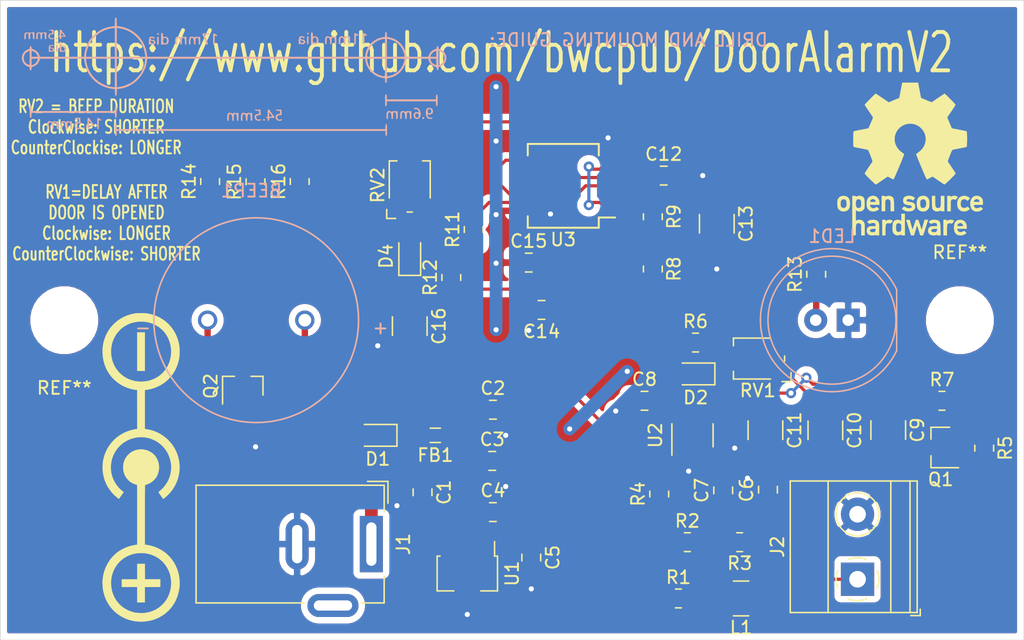
<source format=kicad_pcb>
(kicad_pcb (version 20171130) (host pcbnew "(5.1.10)-1")
  (layers (0 F.Cu signal) (31 B.Cu signal) (34 B.Paste user) (35 F.Paste user) (36 B.SilkS user) (37 F.SilkS user) (38 B.Mask user) (39 F.Mask user) (44 Edge.Cuts user))
  (net 0 "")
  (net 1 +12P)
  (net 2 GND)
  (net 3 "Net-(C2-Pad1)")
  (net 4 +5V)
  (net 5 "Net-(C6-Pad1)")
  (net 6 "Net-(C10-Pad1)")
  (net 7 "Net-(C12-Pad1)")
  (net 8 "Net-(C13-Pad1)")
  (net 9 "Net-(C14-Pad1)")
  (net 10 "Net-(C16-Pad1)")
  (net 11 "Net-(D1-Pad2)")
  (net 12 "Net-(D2-Pad1)")
  (net 13 "Net-(D2-Pad2)")
  (net 14 "Net-(D4-Pad2)")
  (net 15 "Net-(J1-Pad3)")
  (net 16 "Net-(J2-Pad1)")
  (net 17 "Net-(L1-Pad2)")
  (net 18 "Net-(Q1-Pad2)")
  (net 19 "Net-(Q1-Pad1)")
  (net 20 "Net-(Q2-Pad1)")
  (net 21 "Net-(R1-Pad1)")
  (net 22 "Net-(R8-Pad1)")
  (net 23 "Net-(R11-Pad1)")
  (net 24 "Net-(R13-Pad2)")
  (net 25 "Net-(R14-Pad2)")
  (net 26 /DoorIsOpen)
  (net 27 "Net-(BEEP1-PadN)")
  (net 28 "Net-(LED1-Pad2)")
  (net 29 "Net-(R2-Pad2)")
  (net 30 "Net-(R6-Pad2)")
  (module DrillGuide:DrillGuideFP (layer B.Cu) (at 38.3 26)
    (fp_text reference G*** hide)
    (fp_text value LOGO hide)
  )
  (module Symbol:Polarity_Center_Positive_6mm_SilkScreen (layer F.Cu) (at 31 56.5 270)
    (fp_text reference REF** hide)
    (fp_text value Polarity_Center_Positive_6mm_SilkScreen hide)
  )
  (module Symbol:OSHW-Logo_11.4x12mm_SilkScreen (layer F.Cu) (at 91.1 32.4)
    (fp_text reference REF** hide)
    (fp_text value OSHW-Logo_11.4x12mm_SilkScreen hide)
  )
  (module Resistor_SMD:R_0805_2012Metric (layer F.Cu) (at 73.7 62.35)
    (fp_text reference R2 (at 0 -1.65) (layer F.SilkS))
    (fp_text value 120)
    (pad 2 smd roundrect (at 0.9125 0) (size 1.025 1.4) (layers F.Cu F.Paste F.Mask) (roundrect_rratio 0.243902) (net 29 "Net-(R2-Pad2)"))
    (pad 1 smd roundrect (at -0.9125 0) (size 1.025 1.4) (layers F.Cu F.Paste F.Mask) (roundrect_rratio 0.243902) (net 21 "Net-(R1-Pad1)"))
  )
  (module Resistor_SMD:R_0805_2012Metric (layer F.Cu) (at 77.7875 62.35 180)
    (fp_text reference R3 (at 0 -1.65) (layer F.SilkS))
    (fp_text value 120)
    (pad 1 smd roundrect (at -0.9125 0 180) (size 1.025 1.4) (layers F.Cu F.Paste F.Mask) (roundrect_rratio 0.243902) (net 5 "Net-(C6-Pad1)"))
    (pad 2 smd roundrect (at 0.9125 0 180) (size 1.025 1.4) (layers F.Cu F.Paste F.Mask) (roundrect_rratio 0.243902) (net 29 "Net-(R2-Pad2)"))
  )
  (module Package_TO_SOT_SMD:SOT-23-6 (layer F.Cu) (at 74.1 54 90)
    (fp_text reference U2 (at 0 -2.9 90) (layer F.SilkS))
    (fp_text value 74LVC2G17)
    (pad 1 smd rect (at -1.1 -0.95 90) (size 1.06 0.65) (layers F.Cu F.Paste F.Mask) (net 6 "Net-(C10-Pad1)"))
    (pad 2 smd rect (at -1.1 0 90) (size 1.06 0.65) (layers F.Cu F.Paste F.Mask) (net 2 GND))
    (pad 3 smd rect (at -1.1 0.95 90) (size 1.06 0.65) (layers F.Cu F.Paste F.Mask) (net 5 "Net-(C6-Pad1)"))
    (pad 4 smd rect (at 1.1 0.95 90) (size 1.06 0.65) (layers F.Cu F.Paste F.Mask) (net 13 "Net-(D2-Pad2)"))
    (pad 6 smd rect (at 1.1 -0.95 90) (size 1.06 0.65) (layers F.Cu F.Paste F.Mask) (net 26 /DoorIsOpen))
    (pad 5 smd rect (at 1.1 0 90) (size 1.06 0.65) (layers F.Cu F.Paste F.Mask) (net 4 +5V))
  )
  (module MountingHole:MountingHole_4.3mm_M4 (layer F.Cu) (at 95 45)
    (fp_text reference REF** (at 0 -5.3) (layer F.SilkS))
    (fp_text value MountingHole_4.3mm_M4)
    (pad 1 np_thru_hole circle (at 0 0) (size 4.3 4.3) (drill 4.3) (layers *.Cu *.Mask))
  )
  (module MountingHole:MountingHole_4.3mm_M4 (layer F.Cu) (at 25 45 180)
    (fp_text reference REF** (at 0 -5.3) (layer F.SilkS))
    (fp_text value MountingHole_4.3mm_M4)
    (pad 1 np_thru_hole circle (at 0 0 180) (size 4.3 4.3) (drill 4.3) (layers *.Cu *.Mask))
  )
  (module Resistor_SMD:R_0805_2012Metric (layer F.Cu) (at 96.9 55 270)
    (fp_text reference R5 (at 0 -1.65 90) (layer F.SilkS))
    (fp_text value 120)
    (pad 1 smd roundrect (at -0.9125 0 270) (size 1.025 1.4) (layers F.Cu F.Paste F.Mask) (roundrect_rratio 0.243902) (net 13 "Net-(D2-Pad2)"))
    (pad 2 smd roundrect (at 0.9125 0 270) (size 1.025 1.4) (layers F.Cu F.Paste F.Mask) (roundrect_rratio 0.243902) (net 19 "Net-(Q1-Pad1)"))
  )
  (module Package_TO_SOT_SMD:SOT-23 (layer F.Cu) (at 93.5 54.95 180)
    (fp_text reference Q1 (at 0 -2.5) (layer F.SilkS))
    (fp_text value MMBT3906)
    (pad 3 smd rect (at 1 0 180) (size 0.9 0.8) (layers F.Cu F.Paste F.Mask) (net 2 GND))
    (pad 2 smd rect (at -1 0.95 180) (size 0.9 0.8) (layers F.Cu F.Paste F.Mask) (net 18 "Net-(Q1-Pad2)"))
    (pad 1 smd rect (at -1 -0.95 180) (size 0.9 0.8) (layers F.Cu F.Paste F.Mask) (net 19 "Net-(Q1-Pad1)"))
  )
  (module Capacitor_SMD:C_0805_2012Metric (layer F.Cu) (at 62.3 44.2 180)
    (fp_text reference C14 (at 0 -1.68) (layer F.SilkS))
    (fp_text value 100n)
    (pad 1 smd roundrect (at -0.95 0 180) (size 1 1.45) (layers F.Cu F.Paste F.Mask) (net 9 "Net-(C14-Pad1)"))
    (pad 2 smd roundrect (at 0.95 0 180) (size 1 1.45) (layers F.Cu F.Paste F.Mask) (net 2 GND))
  )
  (module Capacitor_SMD:C_0805_2012Metric (layer F.Cu) (at 53 58.45 270)
    (fp_text reference C1 (at 0 -1.68 90) (layer F.SilkS))
    (fp_text value 100n)
    (pad 1 smd roundrect (at -0.95 0 270) (size 1 1.45) (layers F.Cu F.Paste F.Mask) (net 1 +12P))
    (pad 2 smd roundrect (at 0.95 0 270) (size 1 1.45) (layers F.Cu F.Paste F.Mask) (net 2 GND))
  )
  (module Capacitor_SMD:C_0805_2012Metric (layer F.Cu) (at 58.5 52)
    (fp_text reference C2 (at 0 -1.68) (layer F.SilkS))
    (fp_text value 100n)
    (pad 2 smd roundrect (at 0.95 0) (size 1 1.45) (layers F.Cu F.Paste F.Mask) (net 2 GND))
    (pad 1 smd roundrect (at -0.95 0) (size 1 1.45) (layers F.Cu F.Paste F.Mask) (net 3 "Net-(C2-Pad1)"))
  )
  (module Capacitor_SMD:C_0805_2012Metric (layer F.Cu) (at 58.45 56)
    (fp_text reference C3 (at 0 -1.68) (layer F.SilkS))
    (fp_text value 100n)
    (pad 2 smd roundrect (at 0.95 0) (size 1 1.45) (layers F.Cu F.Paste F.Mask) (net 2 GND))
    (pad 1 smd roundrect (at -0.95 0) (size 1 1.45) (layers F.Cu F.Paste F.Mask) (net 3 "Net-(C2-Pad1)"))
  )
  (module Capacitor_SMD:C_0805_2012Metric (layer F.Cu) (at 58.5 60)
    (fp_text reference C4 (at 0 -1.68) (layer F.SilkS))
    (fp_text value 100n)
    (pad 1 smd roundrect (at -0.95 0) (size 1 1.45) (layers F.Cu F.Paste F.Mask) (net 3 "Net-(C2-Pad1)"))
    (pad 2 smd roundrect (at 0.95 0) (size 1 1.45) (layers F.Cu F.Paste F.Mask) (net 2 GND))
  )
  (module Capacitor_SMD:C_0805_2012Metric (layer F.Cu) (at 61.5 63.55 270)
    (fp_text reference C5 (at 0 -1.68 90) (layer F.SilkS))
    (fp_text value 100n)
    (pad 2 smd roundrect (at 0.95 0 270) (size 1 1.45) (layers F.Cu F.Paste F.Mask) (net 2 GND))
    (pad 1 smd roundrect (at -0.95 0 270) (size 1 1.45) (layers F.Cu F.Paste F.Mask) (net 4 +5V))
  )
  (module Capacitor_SMD:C_0805_2012Metric (layer F.Cu) (at 80 58.25 90)
    (fp_text reference C6 (at 0 -1.68 90) (layer F.SilkS))
    (fp_text value 100n)
    (pad 1 smd roundrect (at -0.95 0 90) (size 1 1.45) (layers F.Cu F.Paste F.Mask) (net 5 "Net-(C6-Pad1)"))
    (pad 2 smd roundrect (at 0.95 0 90) (size 1 1.45) (layers F.Cu F.Paste F.Mask) (net 2 GND))
  )
  (module Capacitor_SMD:C_0805_2012Metric (layer F.Cu) (at 76.5 58.3 90)
    (fp_text reference C7 (at 0 -1.68 90) (layer F.SilkS))
    (fp_text value 100n)
    (pad 2 smd roundrect (at 0.95 0 90) (size 1 1.45) (layers F.Cu F.Paste F.Mask) (net 2 GND))
    (pad 1 smd roundrect (at -0.95 0 90) (size 1 1.45) (layers F.Cu F.Paste F.Mask) (net 5 "Net-(C6-Pad1)"))
  )
  (module Capacitor_SMD:C_0805_2012Metric (layer F.Cu) (at 70.35 51.3)
    (fp_text reference C8 (at 0 -1.68) (layer F.SilkS))
    (fp_text value 100n)
    (pad 1 smd roundrect (at -0.95 0) (size 1 1.45) (layers F.Cu F.Paste F.Mask) (net 2 GND))
    (pad 2 smd roundrect (at 0.95 0) (size 1 1.45) (layers F.Cu F.Paste F.Mask) (net 4 +5V))
  )
  (module Resistor_SMD:R_1210_3225Metric (layer F.Cu) (at 89.4 53.5875 270)
    (fp_text reference C9 (at 0 -2.28 90) (layer F.SilkS))
    (fp_text value 47u)
    (pad 1 smd roundrect (at -1.4625 0 270) (size 1.125 2.65) (layers F.Cu F.Paste F.Mask) (roundrect_rratio 0.222222) (net 6 "Net-(C10-Pad1)"))
    (pad 2 smd roundrect (at 1.4625 0 270) (size 1.125 2.65) (layers F.Cu F.Paste F.Mask) (roundrect_rratio 0.222222) (net 2 GND))
  )
  (module Resistor_SMD:R_1210_3225Metric (layer F.Cu) (at 84.484999 53.605001 270)
    (fp_text reference C10 (at 0 -2.28 90) (layer F.SilkS))
    (fp_text value 47u)
    (pad 2 smd roundrect (at 1.4625 0 270) (size 1.125 2.65) (layers F.Cu F.Paste F.Mask) (roundrect_rratio 0.222222) (net 2 GND))
    (pad 1 smd roundrect (at -1.4625 0 270) (size 1.125 2.65) (layers F.Cu F.Paste F.Mask) (roundrect_rratio 0.222222) (net 6 "Net-(C10-Pad1)"))
  )
  (module Resistor_SMD:R_1210_3225Metric (layer F.Cu) (at 79.8 53.6 270)
    (fp_text reference C11 (at 0 -2.28 90) (layer F.SilkS))
    (fp_text value 47u)
    (pad 1 smd roundrect (at -1.4625 0 270) (size 1.125 2.65) (layers F.Cu F.Paste F.Mask) (roundrect_rratio 0.222222) (net 6 "Net-(C10-Pad1)"))
    (pad 2 smd roundrect (at 1.4625 0 270) (size 1.125 2.65) (layers F.Cu F.Paste F.Mask) (roundrect_rratio 0.222222) (net 2 GND))
  )
  (module Capacitor_SMD:C_0805_2012Metric (layer F.Cu) (at 71.85 33.7)
    (fp_text reference C12 (at 0 -1.68) (layer F.SilkS))
    (fp_text value 100n)
    (pad 2 smd roundrect (at 0.95 0) (size 1 1.45) (layers F.Cu F.Paste F.Mask) (net 2 GND))
    (pad 1 smd roundrect (at -0.95 0) (size 1 1.45) (layers F.Cu F.Paste F.Mask) (net 7 "Net-(C12-Pad1)"))
  )
  (module Resistor_SMD:R_1210_3225Metric (layer F.Cu) (at 76 37.4625 270)
    (fp_text reference C13 (at 0 -2.28 90) (layer F.SilkS))
    (fp_text value 47u)
    (pad 2 smd roundrect (at 1.4625 0 270) (size 1.125 2.65) (layers F.Cu F.Paste F.Mask) (roundrect_rratio 0.222222) (net 2 GND))
    (pad 1 smd roundrect (at -1.4625 0 270) (size 1.125 2.65) (layers F.Cu F.Paste F.Mask) (roundrect_rratio 0.222222) (net 8 "Net-(C13-Pad1)"))
  )
  (module Capacitor_SMD:C_0805_2012Metric (layer F.Cu) (at 61.3 40.5)
    (fp_text reference C15 (at 0 -1.68) (layer F.SilkS))
    (fp_text value 100n)
    (pad 1 smd roundrect (at -0.95 0) (size 1 1.45) (layers F.Cu F.Paste F.Mask) (net 4 +5V))
    (pad 2 smd roundrect (at 0.95 0) (size 1 1.45) (layers F.Cu F.Paste F.Mask) (net 2 GND))
  )
  (module Resistor_SMD:R_1210_3225Metric (layer F.Cu) (at 52 45.4625 270)
    (fp_text reference C16 (at 0 -2.28 90) (layer F.SilkS))
    (fp_text value 47u)
    (pad 1 smd roundrect (at -1.4625 0 270) (size 1.125 2.65) (layers F.Cu F.Paste F.Mask) (roundrect_rratio 0.222222) (net 10 "Net-(C16-Pad1)"))
    (pad 2 smd roundrect (at 1.4625 0 270) (size 1.125 2.65) (layers F.Cu F.Paste F.Mask) (roundrect_rratio 0.222222) (net 2 GND))
  )
  (module Diode_SMD:D_SOD-323 (layer F.Cu) (at 49.5 54 180)
    (fp_text reference D1 (at 0 -1.85) (layer F.SilkS))
    (fp_text value BAS16H)
    (pad 1 smd rect (at -1.05 0 180) (size 0.6 0.45) (layers F.Cu F.Paste F.Mask) (net 1 +12P))
    (pad 2 smd rect (at 1.05 0 180) (size 0.6 0.45) (layers F.Cu F.Paste F.Mask) (net 11 "Net-(D1-Pad2)"))
  )
  (module Diode_SMD:D_SOD-323 (layer F.Cu) (at 74.35 49.2 180)
    (fp_text reference D2 (at 0 -1.85) (layer F.SilkS))
    (fp_text value BAS16H)
    (pad 1 smd rect (at -1.05 0 180) (size 0.6 0.45) (layers F.Cu F.Paste F.Mask) (net 12 "Net-(D2-Pad1)"))
    (pad 2 smd rect (at 1.05 0 180) (size 0.6 0.45) (layers F.Cu F.Paste F.Mask) (net 13 "Net-(D2-Pad2)"))
  )
  (module LED_THT:LED_D10.0mm (layer B.Cu) (at 86.27 45 180)
    (fp_text reference LED1 (at 1.27 6.56) (layer B.SilkS) (effects (justify mirror)))
    (fp_text value LED-Red-10mm)
    (pad 1 thru_hole rect (at 0 0 180) (size 1.8 1.8) (drill 0.9) (layers *.Cu *.Mask) (net 2 GND))
    (pad 2 thru_hole circle (at 2.54 0 180) (size 1.8 1.8) (drill 0.9) (layers *.Cu *.Mask) (net 28 "Net-(LED1-Pad2)"))
  )
  (module Diode_SMD:D_SOD-323 (layer F.Cu) (at 52 40 90)
    (fp_text reference D4 (at 0 -1.85 90) (layer F.SilkS))
    (fp_text value BAS16H)
    (pad 2 smd rect (at 1.05 0 90) (size 0.6 0.45) (layers F.Cu F.Paste F.Mask) (net 14 "Net-(D4-Pad2)"))
    (pad 1 smd rect (at -1.05 0 90) (size 0.6 0.45) (layers F.Cu F.Paste F.Mask) (net 10 "Net-(C16-Pad1)"))
  )
  (module Inductor_SMD:L_0805_2012Metric (layer F.Cu) (at 54 54 180)
    (fp_text reference FB1 (at 0 -1.55) (layer F.SilkS))
    (fp_text value WLBD2012HCU601TH)
    (pad 1 smd roundrect (at -1.0625 0 180) (size 0.875 1.2) (layers F.Cu F.Paste F.Mask) (net 3 "Net-(C2-Pad1)"))
    (pad 2 smd roundrect (at 1.0625 0 180) (size 0.875 1.2) (layers F.Cu F.Paste F.Mask) (net 1 +12P))
  )
  (module Connector_BarrelJack:BarrelJack_Wuerth_6941xx301002 (layer F.Cu) (at 49 62.5 270)
    (fp_text reference J1 (at 0 -2.5 90) (layer F.SilkS))
    (fp_text value "Würth 694106301002")
    (pad 3 thru_hole oval (at 4.8 3) (size 4 1.8) (drill oval 3 0.8) (layers *.Cu *.Mask) (net 15 "Net-(J1-Pad3)"))
    (pad 2 thru_hole oval (at 0 5.8 270) (size 4 1.8) (drill oval 3 0.8) (layers *.Cu *.Mask) (net 2 GND))
    (pad 1 thru_hole rect (at 0 0 270) (size 4.4 1.8) (drill oval 3.4 0.8) (layers *.Cu *.Mask) (net 11 "Net-(D1-Pad2)"))
  )
  (module TerminalBlock_Phoenix:TerminalBlock_Phoenix_MKDS-1,5-2-5.08_1x02_P5.08mm_Horizontal (layer F.Cu) (at 87 65.25 90)
    (fp_text reference J2 (at 2.54 -6.26 90) (layer F.SilkS))
    (fp_text value "Phoenix #1729128")
    (pad 1 thru_hole rect (at 0 0 90) (size 2.6 2.6) (drill 1.3) (layers *.Cu *.Mask) (net 16 "Net-(J2-Pad1)"))
    (pad 2 thru_hole circle (at 5.08 0 90) (size 2.6 2.6) (drill 1.3) (layers *.Cu *.Mask) (net 2 GND))
  )
  (module Inductor_SMD:L_1210_3225Metric (layer F.Cu) (at 77.9 66.75 180)
    (fp_text reference L1 (at 0 -2.28) (layer F.SilkS))
    (fp_text value "1000 uH")
    (pad 1 smd roundrect (at -1.4 0 180) (size 1.25 2.65) (layers F.Cu F.Paste F.Mask) (roundrect_rratio 0.2) (net 16 "Net-(J2-Pad1)"))
    (pad 2 smd roundrect (at 1.4 0 180) (size 1.25 2.65) (layers F.Cu F.Paste F.Mask) (roundrect_rratio 0.2) (net 17 "Net-(L1-Pad2)"))
  )
  (module "CMI Devices beeper footprint:CUI_CMI-1614C-120" (layer B.Cu) (at 40 45 180)
    (fp_text reference BEEP1 (at 0.376515 10.116045) (layer B.SilkS) (effects (font (size 1.004071 1.004071)) (justify mirror)))
    (fp_text value CMI-1614C-120)
    (fp_text user + (at -9.71933 -0.572237) (layer B.SilkS) (effects (font (size 1.003929 1.003929)) (justify mirror)))
    (fp_text user - (at 8.85065 -0.572166) (layer B.SilkS) (effects (font (size 1.003803 1.003803)) (justify mirror)))
    (pad P thru_hole circle (at -3.8 0 180) (size 1.508 1.508) (drill 1) (layers *.Cu *.Mask) (net 1 +12P))
    (pad N thru_hole circle (at 3.8 0 180) (size 1.508 1.508) (drill 1) (layers *.Cu *.Mask) (net 27 "Net-(BEEP1-PadN)"))
  )
  (module Package_TO_SOT_SMD:SOT-23 (layer F.Cu) (at 38.95 50.15 90)
    (fp_text reference Q2 (at 0 -2.5 90) (layer F.SilkS))
    (fp_text value NTR4503N)
    (pad 1 smd rect (at -1 -0.95 90) (size 0.9 0.8) (layers F.Cu F.Paste F.Mask) (net 20 "Net-(Q2-Pad1)"))
    (pad 2 smd rect (at -1 0.95 90) (size 0.9 0.8) (layers F.Cu F.Paste F.Mask) (net 2 GND))
    (pad 3 smd rect (at 1 0 90) (size 0.9 0.8) (layers F.Cu F.Paste F.Mask) (net 27 "Net-(BEEP1-PadN)"))
  )
  (module Resistor_SMD:R_0805_2012Metric (layer F.Cu) (at 73 66.75)
    (fp_text reference R1 (at 0 -1.65) (layer F.SilkS))
    (fp_text value 1k)
    (pad 1 smd roundrect (at -0.9125 0) (size 1.025 1.4) (layers F.Cu F.Paste F.Mask) (roundrect_rratio 0.243902) (net 21 "Net-(R1-Pad1)"))
    (pad 2 smd roundrect (at 0.9125 0) (size 1.025 1.4) (layers F.Cu F.Paste F.Mask) (roundrect_rratio 0.243902) (net 17 "Net-(L1-Pad2)"))
  )
  (module Resistor_SMD:R_0805_2012Metric (layer F.Cu) (at 71.5 58.5875 90)
    (fp_text reference R4 (at 0 -1.65 90) (layer F.SilkS))
    (fp_text value 8.2k)
    (pad 2 smd roundrect (at 0.9125 0 90) (size 1.025 1.4) (layers F.Cu F.Paste F.Mask) (roundrect_rratio 0.243902) (net 5 "Net-(C6-Pad1)"))
    (pad 1 smd roundrect (at -0.9125 0 90) (size 1.025 1.4) (layers F.Cu F.Paste F.Mask) (roundrect_rratio 0.243902) (net 4 +5V))
  )
  (module Resistor_SMD:R_0805_2012Metric (layer F.Cu) (at 74.3375 46.75)
    (fp_text reference R6 (at 0 -1.65) (layer F.SilkS))
    (fp_text value 62k)
    (pad 2 smd roundrect (at 0.9125 0) (size 1.025 1.4) (layers F.Cu F.Paste F.Mask) (roundrect_rratio 0.243902) (net 30 "Net-(R6-Pad2)"))
    (pad 1 smd roundrect (at -0.9125 0) (size 1.025 1.4) (layers F.Cu F.Paste F.Mask) (roundrect_rratio 0.243902) (net 12 "Net-(D2-Pad1)"))
  )
  (module Resistor_SMD:R_0805_2012Metric (layer F.Cu) (at 93.6 51.3)
    (fp_text reference R7 (at 0 -1.65) (layer F.SilkS))
    (fp_text value 12)
    (pad 2 smd roundrect (at 0.9125 0) (size 1.025 1.4) (layers F.Cu F.Paste F.Mask) (roundrect_rratio 0.243902) (net 18 "Net-(Q1-Pad2)"))
    (pad 1 smd roundrect (at -0.9125 0) (size 1.025 1.4) (layers F.Cu F.Paste F.Mask) (roundrect_rratio 0.243902) (net 6 "Net-(C10-Pad1)"))
  )
  (module Resistor_SMD:R_0805_2012Metric (layer F.Cu) (at 71 41 270)
    (fp_text reference R8 (at 0 -1.65 90) (layer F.SilkS))
    (fp_text value 1k)
    (pad 1 smd roundrect (at -0.9125 0 270) (size 1.025 1.4) (layers F.Cu F.Paste F.Mask) (roundrect_rratio 0.243902) (net 22 "Net-(R8-Pad1)"))
    (pad 2 smd roundrect (at 0.9125 0 270) (size 1.025 1.4) (layers F.Cu F.Paste F.Mask) (roundrect_rratio 0.243902) (net 4 +5V))
  )
  (module Resistor_SMD:R_0805_2012Metric (layer F.Cu) (at 71 36.9125 270)
    (fp_text reference R9 (at 0 -1.65 90) (layer F.SilkS))
    (fp_text value 15k)
    (pad 1 smd roundrect (at -0.9125 0 270) (size 1.025 1.4) (layers F.Cu F.Paste F.Mask) (roundrect_rratio 0.243902) (net 8 "Net-(C13-Pad1)"))
    (pad 2 smd roundrect (at 0.9125 0 270) (size 1.025 1.4) (layers F.Cu F.Paste F.Mask) (roundrect_rratio 0.243902) (net 22 "Net-(R8-Pad1)"))
  )
  (module Resistor_SMD:R_0805_2012Metric (layer F.Cu) (at 57 37.9125 90)
    (fp_text reference R11 (at 0 -1.65 90) (layer F.SilkS))
    (fp_text value 1k)
    (pad 1 smd roundrect (at -0.9125 0 90) (size 1.025 1.4) (layers F.Cu F.Paste F.Mask) (roundrect_rratio 0.243902) (net 23 "Net-(R11-Pad1)"))
    (pad 2 smd roundrect (at 0.9125 0 90) (size 1.025 1.4) (layers F.Cu F.Paste F.Mask) (roundrect_rratio 0.243902) (net 14 "Net-(D4-Pad2)"))
  )
  (module Resistor_SMD:R_0805_2012Metric (layer F.Cu) (at 55.25 41.6625 90)
    (fp_text reference R12 (at 0 -1.65 90) (layer F.SilkS))
    (fp_text value 15k)
    (pad 2 smd roundrect (at 0.9125 0 90) (size 1.025 1.4) (layers F.Cu F.Paste F.Mask) (roundrect_rratio 0.243902) (net 23 "Net-(R11-Pad1)"))
    (pad 1 smd roundrect (at -0.9125 0 90) (size 1.025 1.4) (layers F.Cu F.Paste F.Mask) (roundrect_rratio 0.243902) (net 10 "Net-(C16-Pad1)"))
  )
  (module Resistor_SMD:R_0805_2012Metric (layer F.Cu) (at 83.77 41.4125 90)
    (fp_text reference R13 (at 0 -1.65 90) (layer F.SilkS))
    (fp_text value 120)
    (pad 1 smd roundrect (at -0.9125 0 90) (size 1.025 1.4) (layers F.Cu F.Paste F.Mask) (roundrect_rratio 0.243902) (net 28 "Net-(LED1-Pad2)"))
    (pad 2 smd roundrect (at 0.9125 0 90) (size 1.025 1.4) (layers F.Cu F.Paste F.Mask) (roundrect_rratio 0.243902) (net 24 "Net-(R13-Pad2)"))
  )
  (module Resistor_SMD:R_0805_2012Metric (layer F.Cu) (at 36.4 34.1625 90)
    (fp_text reference R14 (at 0 -1.65 90) (layer F.SilkS))
    (fp_text value 120)
    (pad 2 smd roundrect (at 0.9125 0 90) (size 1.025 1.4) (layers F.Cu F.Paste F.Mask) (roundrect_rratio 0.243902) (net 25 "Net-(R14-Pad2)"))
    (pad 1 smd roundrect (at -0.9125 0 90) (size 1.025 1.4) (layers F.Cu F.Paste F.Mask) (roundrect_rratio 0.243902) (net 20 "Net-(Q2-Pad1)"))
  )
  (module Resistor_SMD:R_0805_2012Metric (layer F.Cu) (at 39.945001 34.184999 90)
    (fp_text reference R15 (at 0 -1.65 90) (layer F.SilkS))
    (fp_text value 120)
    (pad 2 smd roundrect (at 0.9125 0 90) (size 1.025 1.4) (layers F.Cu F.Paste F.Mask) (roundrect_rratio 0.243902) (net 25 "Net-(R14-Pad2)"))
    (pad 1 smd roundrect (at -0.9125 0 90) (size 1.025 1.4) (layers F.Cu F.Paste F.Mask) (roundrect_rratio 0.243902) (net 20 "Net-(Q2-Pad1)"))
  )
  (module Resistor_SMD:R_0805_2012Metric (layer F.Cu) (at 43.4 34.1625 90)
    (fp_text reference R16 (at 0 -1.65 90) (layer F.SilkS))
    (fp_text value 120)
    (pad 1 smd roundrect (at -0.9125 0 90) (size 1.025 1.4) (layers F.Cu F.Paste F.Mask) (roundrect_rratio 0.243902) (net 20 "Net-(Q2-Pad1)"))
    (pad 2 smd roundrect (at 0.9125 0 90) (size 1.025 1.4) (layers F.Cu F.Paste F.Mask) (roundrect_rratio 0.243902) (net 25 "Net-(R14-Pad2)"))
  )
  (module Potentiometer_SMD:Potentiometer_Bourns_TC33X_Vertical (layer F.Cu) (at 79.2 48 180)
    (fp_text reference RV1 (at 0 -2.5) (layer F.SilkS))
    (fp_text value 500k)
    (pad 2 smd rect (at 1.45 0 180) (size 1.5 1.6) (layers F.Cu F.Paste F.Mask) (net 30 "Net-(R6-Pad2)"))
    (pad 3 smd rect (at -1.8 1 180) (size 1.2 1.2) (layers F.Cu F.Paste F.Mask) (net 30 "Net-(R6-Pad2)"))
    (pad 1 smd rect (at -1.8 -1 180) (size 1.2 1.2) (layers F.Cu F.Paste F.Mask) (net 6 "Net-(C10-Pad1)"))
  )
  (module Potentiometer_SMD:Potentiometer_Bourns_TC33X_Vertical (layer F.Cu) (at 52 34.45 90)
    (fp_text reference RV2 (at 0 -2.5 90) (layer F.SilkS))
    (fp_text value 10k)
    (pad 1 smd rect (at -1.8 -1 90) (size 1.2 1.2) (layers F.Cu F.Paste F.Mask) (net 4 +5V))
    (pad 3 smd rect (at -1.8 1 90) (size 1.2 1.2) (layers F.Cu F.Paste F.Mask) (net 14 "Net-(D4-Pad2)"))
    (pad 2 smd rect (at 1.45 0 90) (size 1.5 1.6) (layers F.Cu F.Paste F.Mask) (net 4 +5V))
  )
  (module Package_TO_SOT_SMD:SOT-89-3 (layer F.Cu) (at 56.5 64.5 270)
    (fp_text reference U1 (at 0.3 -3.5 90) (layer F.SilkS))
    (fp_text value AS78L05R)
    (pad 1 smd rect (at -1.65 -1.5 270) (size 1.3 0.9) (layers F.Cu F.Paste F.Mask) (net 4 +5V))
    (pad 3 smd rect (at -1.65 1.5 270) (size 1.3 0.9) (layers F.Cu F.Paste F.Mask) (net 3 "Net-(C2-Pad1)"))
    (pad 2 smd custom (at -1.5625 0 270) (size 1.475 0.9) (layers F.Cu F.Paste F.Mask) (net 2 GND) (options (clearance outline) (anchor rect)) (primitives (gr_poly (pts (xy 0.7375 -0.8665) (xy 3.8625 -0.8665) (xy 3.8625 0.8665) (xy 0.7375 0.8665)) (width 0))))
  )
  (module Package_SO:SSOP-14_5.3x6.2mm_P0.65mm (layer F.Cu) (at 64 34.5 180)
    (fp_text reference U3 (at 0 -4.2) (layer F.SilkS))
    (fp_text value NA556)
    (pad 1 smd rect (at -3.45 -1.95 180) (size 1.2 0.4) (layers F.Cu F.Paste F.Mask) (net 22 "Net-(R8-Pad1)"))
    (pad 2 smd rect (at -3.45 -1.3 180) (size 1.2 0.4) (layers F.Cu F.Paste F.Mask) (net 8 "Net-(C13-Pad1)"))
    (pad 3 smd rect (at -3.45 -0.65 180) (size 1.2 0.4) (layers F.Cu F.Paste F.Mask) (net 7 "Net-(C12-Pad1)"))
    (pad 4 smd rect (at -3.45 0 180) (size 1.2 0.4) (layers F.Cu F.Paste F.Mask) (net 26 /DoorIsOpen))
    (pad 5 smd rect (at -3.45 0.65 180) (size 1.2 0.4) (layers F.Cu F.Paste F.Mask) (net 24 "Net-(R13-Pad2)"))
    (pad 6 smd rect (at -3.45 1.3 180) (size 1.2 0.4) (layers F.Cu F.Paste F.Mask) (net 8 "Net-(C13-Pad1)"))
    (pad 7 smd rect (at -3.45 1.95 180) (size 1.2 0.4) (layers F.Cu F.Paste F.Mask) (net 2 GND))
    (pad 8 smd rect (at 3.45 1.95 180) (size 1.2 0.4) (layers F.Cu F.Paste F.Mask) (net 10 "Net-(C16-Pad1)"))
    (pad 9 smd rect (at 3.45 1.3 180) (size 1.2 0.4) (layers F.Cu F.Paste F.Mask) (net 25 "Net-(R14-Pad2)"))
    (pad 10 smd rect (at 3.45 0.65 180) (size 1.2 0.4) (layers F.Cu F.Paste F.Mask) (net 24 "Net-(R13-Pad2)"))
    (pad 11 smd rect (at 3.45 0 180) (size 1.2 0.4) (layers F.Cu F.Paste F.Mask) (net 9 "Net-(C14-Pad1)"))
    (pad 12 smd rect (at 3.45 -0.65 180) (size 1.2 0.4) (layers F.Cu F.Paste F.Mask) (net 10 "Net-(C16-Pad1)"))
    (pad 13 smd rect (at 3.45 -1.3 180) (size 1.2 0.4) (layers F.Cu F.Paste F.Mask) (net 14 "Net-(D4-Pad2)"))
    (pad 14 smd rect (at 3.45 -1.95 180) (size 1.2 0.4) (layers F.Cu F.Paste F.Mask) (net 4 +5V))
  )
  (gr_text "DRILL AND MOUNTING GUIDE:" (at 69.1 23.1) (layer B.SilkS) (effects (font (size 1 1)) (justify mirror)))
  (gr_text "RV1=DELAY AFTER\nDOOR IS OPENED\nClockwise: LONGER\nCounterClockwise: SHORTER" (at 28.3 37.4) (layer F.SilkS) (effects (font (size 1 0.7))))
  (gr_text "RV2 = BEEP DURATION\nClockwise: SHORTER\nCounterClockise: LONGER" (at 27.5 29.9) (layer F.SilkS) (effects (font (size 1 0.7))))
  (gr_text https://www.github.com/bwcpub/DoorAlarmV2 (at 23.7 24.1) (layer F.SilkS) (effects (font (size 3 2) (thickness 0.3)) (justify left)))
  (gr_line (start 20 20) (end 100 20) (layer Edge.Cuts) (width 0.05))
  (gr_line (start 20 70) (end 20 20) (layer Edge.Cuts) (width 0.05))
  (gr_line (start 100 70) (end 20 70) (layer Edge.Cuts) (width 0.05))
  (gr_line (start 100 20) (end 100 70) (layer Edge.Cuts) (width 0.05))
  (segment (start 50.55 54) (end 52.9375 54) (width 1) (layer F.Cu) (net 1))
  (segment (start 52.9375 57.4375) (end 53 57.5) (width 1) (layer F.Cu) (net 1))
  (segment (start 52.9375 54) (end 52.9375 57.4375) (width 1) (layer F.Cu) (net 1))
  (segment (start 43.8 47.25) (end 50.55 54) (width 0.5) (layer F.Cu) (net 1))
  (segment (start 43.8 45) (end 43.8 47.25) (width 0.5) (layer F.Cu) (net 1))
  (via (at 56.5 68) (size 0.8) (drill 0.4) (layers F.Cu B.Cu) (net 2))
  (segment (start 56.5 62.4375) (end 56.5 68) (width 1) (layer F.Cu) (net 2))
  (via (at 61.5 66) (size 0.8) (drill 0.4) (layers F.Cu B.Cu) (net 2))
  (segment (start 61.5 64.5) (end 61.5 66) (width 0.5) (layer F.Cu) (net 2))
  (segment (start 59.45 60) (end 59.5 60) (width 0.5) (layer F.Cu) (net 2))
  (via (at 59.5 58) (size 0.8) (drill 0.4) (layers F.Cu B.Cu) (net 2))
  (segment (start 59.5 60) (end 59.5 58) (width 0.5) (layer F.Cu) (net 2))
  (segment (start 59.5 56) (end 59.5 58) (width 0.5) (layer F.Cu) (net 2))
  (segment (start 59.45 52) (end 59.5 52) (width 0.5) (layer F.Cu) (net 2))
  (via (at 59.5 54) (size 0.8) (drill 0.4) (layers F.Cu B.Cu) (net 2))
  (segment (start 59.5 52) (end 59.5 54) (width 0.5) (layer F.Cu) (net 2))
  (segment (start 59.4 56) (end 59.5 56) (width 0.5) (layer F.Cu) (net 2))
  (segment (start 59.4 54.1) (end 59.5 54) (width 0.5) (layer F.Cu) (net 2))
  (segment (start 59.4 56) (end 59.4 54.1) (width 0.5) (layer F.Cu) (net 2))
  (segment (start 79.95 57.35) (end 80 57.3) (width 0.5) (layer F.Cu) (net 2))
  (segment (start 76.5 57.35) (end 78.4 57.35) (width 0.5) (layer F.Cu) (net 2))
  (segment (start 78.4 57.35) (end 79.95 57.35) (width 0.5) (layer F.Cu) (net 2))
  (via (at 78.4 57.35) (size 0.8) (drill 0.4) (layers F.Cu B.Cu) (net 2))
  (segment (start 49.575 46.925) (end 49.5 47) (width 0.5) (layer F.Cu) (net 2))
  (via (at 49.5 47) (size 0.8) (drill 0.4) (layers F.Cu B.Cu) (net 2))
  (segment (start 52 46.925) (end 49.575 46.925) (width 0.5) (layer F.Cu) (net 2))
  (segment (start 76 38.925) (end 76 41) (width 0.5) (layer F.Cu) (net 2))
  (via (at 76 41) (size 0.8) (drill 0.4) (layers F.Cu B.Cu) (net 2))
  (via (at 67.5 30.75) (size 0.8) (drill 0.4) (layers F.Cu B.Cu) (net 2))
  (segment (start 67.5 32.5) (end 67.45 32.55) (width 0.5) (layer F.Cu) (net 2))
  (segment (start 67.5 30.75) (end 67.5 32.5) (width 0.5) (layer F.Cu) (net 2))
  (via (at 51 59.5) (size 0.8) (drill 0.4) (layers F.Cu B.Cu) (net 2))
  (segment (start 51.1 59.4) (end 51 59.5) (width 1) (layer F.Cu) (net 2))
  (segment (start 53 59.4) (end 51.1 59.4) (width 1) (layer F.Cu) (net 2))
  (via (at 39.95 54.9) (size 0.8) (drill 0.4) (layers F.Cu B.Cu) (net 2))
  (segment (start 39.9 54.85) (end 39.95 54.9) (width 0.5) (layer F.Cu) (net 2))
  (segment (start 39.9 51.15) (end 39.9 54.85) (width 0.5) (layer F.Cu) (net 2))
  (segment (start 92.45 55) (end 92.5 54.95) (width 0.5) (layer F.Cu) (net 2))
  (via (at 77.4 55) (size 0.8) (drill 0.4) (layers F.Cu B.Cu) (net 2))
  (segment (start 77.437501 55.037501) (end 77.4 55) (width 1) (layer F.Cu) (net 2))
  (segment (start 92.4 55.05) (end 92.5 54.95) (width 0.5) (layer F.Cu) (net 2))
  (segment (start 89.4 55.05) (end 92.4 55.05) (width 0.5) (layer F.Cu) (net 2))
  (segment (start 84.5025 55.05) (end 84.484999 55.067501) (width 0.5) (layer F.Cu) (net 2))
  (segment (start 89.4 55.05) (end 84.5025 55.05) (width 0.5) (layer F.Cu) (net 2))
  (segment (start 84.479998 55.0625) (end 84.484999 55.067501) (width 0.5) (layer F.Cu) (net 2))
  (segment (start 79.8 55.0625) (end 84.479998 55.0625) (width 0.5) (layer F.Cu) (net 2))
  (segment (start 77.4625 55.0625) (end 77.4 55) (width 0.5) (layer F.Cu) (net 2))
  (segment (start 79.8 55.0625) (end 77.4625 55.0625) (width 0.5) (layer F.Cu) (net 2))
  (segment (start 68.9 51.3) (end 68.1 52.1) (width 0.5) (layer F.Cu) (net 2))
  (via (at 68.1 52.1) (size 0.8) (drill 0.4) (layers F.Cu B.Cu) (net 2))
  (segment (start 69.4 51.3) (end 68.9 51.3) (width 0.5) (layer F.Cu) (net 2))
  (via (at 73.8 56.8) (size 0.8) (drill 0.4) (layers F.Cu B.Cu) (net 2))
  (segment (start 74.1 56.5) (end 73.8 56.8) (width 0.5) (layer F.Cu) (net 2))
  (segment (start 74.1 55.1) (end 74.1 56.5) (width 0.5) (layer F.Cu) (net 2))
  (via (at 61.3 45.8) (size 0.8) (drill 0.4) (layers F.Cu B.Cu) (net 2))
  (segment (start 61.35 45.75) (end 61.3 45.8) (width 0.25) (layer F.Cu) (net 2))
  (segment (start 61.35 44.2) (end 61.35 45.75) (width 0.25) (layer F.Cu) (net 2))
  (via (at 63 36.7) (size 0.8) (drill 0.4) (layers F.Cu B.Cu) (net 2))
  (segment (start 63 39.75) (end 63 36.7) (width 0.5) (layer F.Cu) (net 2))
  (segment (start 62.25 40.5) (end 63 39.75) (width 0.5) (layer F.Cu) (net 2))
  (via (at 74.9 33.7) (size 0.8) (drill 0.4) (layers F.Cu B.Cu) (net 2))
  (segment (start 72.8 33.7) (end 74.9 33.7) (width 0.25) (layer F.Cu) (net 2))
  (segment (start 57.55 52) (end 57.55 60) (width 1) (layer F.Cu) (net 3))
  (segment (start 57.55 60) (end 55.5 60) (width 1) (layer F.Cu) (net 3))
  (segment (start 55 60.5) (end 55 62.85) (width 1) (layer F.Cu) (net 3))
  (segment (start 55.5 60) (end 55 60.5) (width 1) (layer F.Cu) (net 3))
  (segment (start 55.0625 54) (end 55.0625 54.5625) (width 1) (layer F.Cu) (net 3))
  (segment (start 56.5 56) (end 57.5 56) (width 1) (layer F.Cu) (net 3))
  (segment (start 55.0625 54.5625) (end 56.5 56) (width 1) (layer F.Cu) (net 3))
  (via (at 58.75 45.75) (size 0.8) (drill 0.4) (layers F.Cu B.Cu) (net 4))
  (via (at 58.75 26.75) (size 0.8) (drill 0.4) (layers F.Cu B.Cu) (net 4))
  (segment (start 58.75 38) (end 58.75 38) (width 1) (layer B.Cu) (net 4))
  (segment (start 58.75 31) (end 58.75 26.75) (width 1) (layer B.Cu) (net 4))
  (via (at 58.75 31) (size 0.8) (drill 0.4) (layers F.Cu B.Cu) (net 4))
  (via (at 69 49) (size 0.8) (drill 0.4) (layers F.Cu B.Cu) (net 4))
  (via (at 64.5 53.5) (size 0.8) (drill 0.4) (layers F.Cu B.Cu) (net 4))
  (segment (start 64.5 53.5) (end 69 49) (width 1) (layer B.Cu) (net 4))
  (segment (start 74.1 52.9) (end 74.1 51.7) (width 0.5) (layer F.Cu) (net 4))
  (via (at 58.75 40.55) (size 0.8) (drill 0.4) (layers F.Cu B.Cu) (net 4))
  (segment (start 58.8 40.5) (end 58.75 40.55) (width 0.5) (layer F.Cu) (net 4))
  (segment (start 60.35 40.5) (end 58.8 40.5) (width 0.5) (layer F.Cu) (net 4))
  (segment (start 58.75 40.55) (end 58.75 38) (width 1) (layer B.Cu) (net 4))
  (segment (start 58.75 45.75) (end 58.75 40.55) (width 1) (layer B.Cu) (net 4))
  (segment (start 59.05 36.45) (end 58.75 36.75) (width 0.5) (layer F.Cu) (net 4))
  (via (at 58.75 36.75) (size 0.8) (drill 0.4) (layers F.Cu B.Cu) (net 4))
  (segment (start 58.75 36.75) (end 58.75 31) (width 1) (layer B.Cu) (net 4))
  (segment (start 60.55 36.45) (end 59.05 36.45) (width 0.5) (layer F.Cu) (net 4))
  (segment (start 58.75 38) (end 58.75 36.75) (width 1) (layer B.Cu) (net 4))
  (segment (start 76.55 59.2) (end 76.5 59.25) (width 0.25) (layer F.Cu) (net 5))
  (segment (start 80 59.2) (end 76.55 59.2) (width 0.25) (layer F.Cu) (net 5))
  (segment (start 72.675 57.675) (end 74.25 59.25) (width 0.25) (layer F.Cu) (net 5))
  (segment (start 71.5 57.675) (end 72.675 57.675) (width 0.25) (layer F.Cu) (net 5))
  (segment (start 75.05 55.1) (end 75.05 59.25) (width 0.25) (layer F.Cu) (net 5))
  (segment (start 75.05 59.25) (end 76.5 59.25) (width 0.25) (layer F.Cu) (net 5))
  (segment (start 74.25 59.25) (end 75.05 59.25) (width 0.25) (layer F.Cu) (net 5))
  (segment (start 80 61.7) (end 79.35 62.35) (width 0.25) (layer F.Cu) (net 5))
  (segment (start 79.35 62.35) (end 78.7 62.35) (width 0.25) (layer F.Cu) (net 5))
  (segment (start 80 59.2) (end 80 61.7) (width 0.25) (layer F.Cu) (net 5))
  (segment (start 91.9125 52.075) (end 92.6875 51.3) (width 0.5) (layer F.Cu) (net 6))
  (segment (start 79.775001 52.112501) (end 79.8 52.1375) (width 0.25) (layer F.Cu) (net 6))
  (segment (start 81.342498 49) (end 84.484999 52.142501) (width 0.25) (layer F.Cu) (net 6))
  (segment (start 81 49) (end 81.342498 49) (width 0.25) (layer F.Cu) (net 6))
  (segment (start 84.479998 52.1375) (end 84.484999 52.142501) (width 0.5) (layer F.Cu) (net 6))
  (segment (start 79.8 52.1375) (end 84.479998 52.1375) (width 0.5) (layer F.Cu) (net 6))
  (segment (start 89.382499 52.142501) (end 89.4 52.125) (width 0.5) (layer F.Cu) (net 6))
  (segment (start 84.484999 52.142501) (end 89.382499 52.142501) (width 0.5) (layer F.Cu) (net 6))
  (segment (start 91.8625 52.125) (end 91.9125 52.075) (width 0.5) (layer F.Cu) (net 6))
  (segment (start 89.4 52.125) (end 91.8625 52.125) (width 0.5) (layer F.Cu) (net 6))
  (segment (start 79.8 52.1375) (end 78.2625 52.1375) (width 0.25) (layer F.Cu) (net 6))
  (segment (start 78.2625 52.1375) (end 76.4 54) (width 0.25) (layer F.Cu) (net 6))
  (segment (start 73.15 54.32) (end 73.15 55.1) (width 0.25) (layer F.Cu) (net 6))
  (segment (start 73.47 54) (end 73.15 54.32) (width 0.25) (layer F.Cu) (net 6))
  (segment (start 76.4 54) (end 73.47 54) (width 0.25) (layer F.Cu) (net 6))
  (segment (start 70.9 33.2) (end 70.9 33.7) (width 0.25) (layer F.Cu) (net 7))
  (segment (start 69.45 35.15) (end 70.9 33.7) (width 0.25) (layer F.Cu) (net 7))
  (segment (start 67.45 35.15) (end 69.45 35.15) (width 0.25) (layer F.Cu) (net 7))
  (segment (start 70.8 35.8) (end 71 36) (width 0.25) (layer F.Cu) (net 8))
  (segment (start 67.45 35.8) (end 70.8 35.8) (width 0.25) (layer F.Cu) (net 8))
  (segment (start 71 36) (end 76 36) (width 0.25) (layer F.Cu) (net 8))
  (via (at 66 33) (size 0.8) (drill 0.4) (layers F.Cu B.Cu) (net 8))
  (segment (start 66.2 33.2) (end 66 33) (width 0.25) (layer F.Cu) (net 8))
  (segment (start 67.45 33.2) (end 66.2 33.2) (width 0.25) (layer F.Cu) (net 8))
  (via (at 66 36) (size 0.8) (drill 0.4) (layers F.Cu B.Cu) (net 8))
  (segment (start 66.2 35.8) (end 67.45 35.8) (width 0.25) (layer F.Cu) (net 8))
  (segment (start 66 36) (end 66.2 35.8) (width 0.25) (layer F.Cu) (net 8))
  (segment (start 66 33) (end 66 36) (width 0.25) (layer B.Cu) (net 8))
  (segment (start 62.25 34.5) (end 60.55 34.5) (width 0.25) (layer F.Cu) (net 9))
  (segment (start 64 36.25) (end 62.25 34.5) (width 0.25) (layer F.Cu) (net 9))
  (segment (start 64 43.45) (end 64 36.25) (width 0.25) (layer F.Cu) (net 9))
  (segment (start 63.25 44.2) (end 64 43.45) (width 0.25) (layer F.Cu) (net 9))
  (segment (start 52 41.05) (end 52 44) (width 0.25) (layer F.Cu) (net 10))
  (segment (start 60.55 32.55) (end 60.5 32.5) (width 0.25) (layer F.Cu) (net 10))
  (segment (start 60.5 32.5) (end 59.5 32.5) (width 0.25) (layer F.Cu) (net 10))
  (segment (start 59.5 32.5) (end 59 33) (width 0.25) (layer F.Cu) (net 10))
  (segment (start 59.814998 35.15) (end 60.55 35.15) (width 0.25) (layer F.Cu) (net 10))
  (segment (start 59 34.335002) (end 59.814998 35.15) (width 0.25) (layer F.Cu) (net 10))
  (segment (start 59 33) (end 59 34.335002) (width 0.25) (layer F.Cu) (net 10))
  (segment (start 53.825 44) (end 55.25 42.575) (width 0.25) (layer F.Cu) (net 10))
  (segment (start 52 44) (end 53.825 44) (width 0.25) (layer F.Cu) (net 10))
  (segment (start 61.4 35.15) (end 60.55 35.15) (width 0.25) (layer F.Cu) (net 10))
  (segment (start 62 35.75) (end 61.4 35.15) (width 0.25) (layer F.Cu) (net 10))
  (segment (start 62 38.25) (end 62 35.75) (width 0.25) (layer F.Cu) (net 10))
  (segment (start 61.3 38.95) (end 62 38.25) (width 0.25) (layer F.Cu) (net 10))
  (segment (start 60.925 42.575) (end 61.3 42.2) (width 0.25) (layer F.Cu) (net 10))
  (segment (start 61.3 42.2) (end 61.3 38.95) (width 0.25) (layer F.Cu) (net 10))
  (segment (start 55.25 42.575) (end 60.925 42.575) (width 0.25) (layer F.Cu) (net 10))
  (segment (start 49 54.55) (end 48.45 54) (width 1) (layer F.Cu) (net 11))
  (segment (start 49 62.5) (end 49 54.55) (width 1) (layer F.Cu) (net 11))
  (segment (start 73.425 46.75) (end 73.7 47.025) (width 0.25) (layer F.Cu) (net 12))
  (segment (start 73.7 47.025) (end 73.7 47.5) (width 0.25) (layer F.Cu) (net 12))
  (segment (start 73.7 47.5) (end 75.4 49.2) (width 0.25) (layer F.Cu) (net 12))
  (segment (start 75.05 50.95) (end 73.3 49.2) (width 0.25) (layer F.Cu) (net 13))
  (segment (start 75.05 52.9) (end 75.05 50.95) (width 0.25) (layer F.Cu) (net 13))
  (segment (start 75.05 50.95) (end 76.95 50.95) (width 0.25) (layer F.Cu) (net 13))
  (via (at 81.8 50.7) (size 0.8) (drill 0.4) (layers F.Cu B.Cu) (net 13))
  (segment (start 77.2 50.7) (end 81.8 50.7) (width 0.25) (layer F.Cu) (net 13))
  (segment (start 76.95 50.95) (end 77.2 50.7) (width 0.25) (layer F.Cu) (net 13))
  (via (at 83 49.5) (size 0.8) (drill 0.4) (layers F.Cu B.Cu) (net 13))
  (segment (start 81.8 50.7) (end 83 49.5) (width 0.25) (layer B.Cu) (net 13))
  (segment (start 96.9 51.1) (end 96.9 54.0875) (width 0.25) (layer F.Cu) (net 13))
  (segment (start 95.8 50) (end 96.9 51.1) (width 0.25) (layer F.Cu) (net 13))
  (segment (start 83.5 50) (end 95.8 50) (width 0.25) (layer F.Cu) (net 13))
  (segment (start 83 49.5) (end 83.5 50) (width 0.25) (layer F.Cu) (net 13))
  (segment (start 52 38.95) (end 53 37.95) (width 0.25) (layer F.Cu) (net 14))
  (segment (start 53 37.95) (end 53 36.25) (width 0.25) (layer F.Cu) (net 14))
  (segment (start 57 37) (end 56.5 36.5) (width 0.25) (layer F.Cu) (net 14))
  (segment (start 53.25 36.5) (end 53 36.25) (width 0.25) (layer F.Cu) (net 14))
  (segment (start 56.5 36.5) (end 53.25 36.5) (width 0.25) (layer F.Cu) (net 14))
  (segment (start 58.2 35.8) (end 57 37) (width 0.25) (layer F.Cu) (net 14))
  (segment (start 60.55 35.8) (end 58.2 35.8) (width 0.25) (layer F.Cu) (net 14))
  (segment (start 80.8 65.25) (end 79.3 66.75) (width 0.25) (layer F.Cu) (net 16))
  (segment (start 87 65.25) (end 80.8 65.25) (width 0.25) (layer F.Cu) (net 16))
  (segment (start 73.9125 66.75) (end 76.5 66.75) (width 0.25) (layer F.Cu) (net 17))
  (segment (start 94.5 51.3125) (end 94.5125 51.3) (width 0.5) (layer F.Cu) (net 18))
  (segment (start 94.5 54) (end 94.5 51.3125) (width 0.5) (layer F.Cu) (net 18))
  (segment (start 94.5125 55.9125) (end 94.5 55.9) (width 0.25) (layer F.Cu) (net 19))
  (segment (start 96.9 55.9125) (end 94.5125 55.9125) (width 0.25) (layer F.Cu) (net 19))
  (segment (start 39.922502 35.075) (end 39.945001 35.097499) (width 0.5) (layer F.Cu) (net 20))
  (segment (start 36.4 35.075) (end 39.922502 35.075) (width 0.5) (layer F.Cu) (net 20))
  (segment (start 39.9675 35.075) (end 39.945001 35.097499) (width 0.5) (layer F.Cu) (net 20))
  (segment (start 43.4 35.075) (end 39.9675 35.075) (width 0.5) (layer F.Cu) (net 20))
  (segment (start 38 51.15) (end 39 50.15) (width 0.25) (layer F.Cu) (net 20))
  (segment (start 39 50.15) (end 39.55 50.15) (width 0.25) (layer F.Cu) (net 20))
  (segment (start 39.945001 49.754999) (end 39.945001 35.097499) (width 0.25) (layer F.Cu) (net 20))
  (segment (start 39.55 50.15) (end 39.945001 49.754999) (width 0.25) (layer F.Cu) (net 20))
  (segment (start 72.0875 66.75) (end 72.0875 65.4125) (width 0.25) (layer F.Cu) (net 21))
  (segment (start 72.7875 64.7125) (end 72.7875 62.35) (width 0.25) (layer F.Cu) (net 21))
  (segment (start 72.0875 65.4125) (end 72.7875 64.7125) (width 0.25) (layer F.Cu) (net 21))
  (segment (start 71 40.0875) (end 71 37.825) (width 0.25) (layer F.Cu) (net 22))
  (segment (start 67.45 36.45) (end 68.95 36.45) (width 0.25) (layer F.Cu) (net 22))
  (segment (start 70.325 37.825) (end 71 37.825) (width 0.25) (layer F.Cu) (net 22))
  (segment (start 68.95 36.45) (end 70.325 37.825) (width 0.25) (layer F.Cu) (net 22))
  (segment (start 55.25 40.575) (end 57 38.825) (width 0.25) (layer F.Cu) (net 23))
  (segment (start 55.25 40.75) (end 55.25 40.575) (width 0.25) (layer F.Cu) (net 23))
  (segment (start 60.55 33.85) (end 67.45 33.85) (width 0.25) (layer F.Cu) (net 24))
  (segment (start 70.4 32) (end 76.6 32) (width 0.5) (layer F.Cu) (net 24))
  (segment (start 76.6 32) (end 83.77 39.17) (width 0.5) (layer F.Cu) (net 24))
  (segment (start 68.55 33.85) (end 70.4 32) (width 0.5) (layer F.Cu) (net 24))
  (segment (start 67.45 33.85) (end 68.55 33.85) (width 0.5) (layer F.Cu) (net 24))
  (segment (start 83.77 40.5) (end 83.77 39.17) (width 0.5) (layer F.Cu) (net 24))
  (segment (start 39.922502 33.25) (end 39.945001 33.272499) (width 0.5) (layer F.Cu) (net 25))
  (segment (start 36.4 33.25) (end 39.922502 33.25) (width 0.5) (layer F.Cu) (net 25))
  (segment (start 43.377501 33.272499) (end 43.4 33.25) (width 0.5) (layer F.Cu) (net 25))
  (segment (start 39.945001 33.272499) (end 43.377501 33.272499) (width 0.5) (layer F.Cu) (net 25))
  (segment (start 60.55 33.2) (end 61.8 33.2) (width 0.25) (layer F.Cu) (net 25))
  (segment (start 61.8 33.2) (end 62.25 32.75) (width 0.25) (layer F.Cu) (net 25))
  (segment (start 62.25 32.75) (end 62.25 30.5) (width 0.25) (layer F.Cu) (net 25))
  (segment (start 62.25 30.5) (end 61.25 29.5) (width 0.25) (layer F.Cu) (net 25))
  (segment (start 39.945001 31.454999) (end 39.945001 33.272499) (width 0.25) (layer F.Cu) (net 25))
  (segment (start 41.9 29.5) (end 39.945001 31.454999) (width 0.25) (layer F.Cu) (net 25))
  (segment (start 61.25 29.5) (end 41.9 29.5) (width 0.25) (layer F.Cu) (net 25))
  (segment (start 65.75 34.5) (end 67.45 34.5) (width 0.25) (layer F.Cu) (net 26))
  (segment (start 64.5 35.75) (end 65.75 34.5) (width 0.25) (layer F.Cu) (net 26))
  (segment (start 64.5 50.5) (end 64.5 35.75) (width 0.25) (layer F.Cu) (net 26))
  (segment (start 66.9 52.9) (end 64.5 50.5) (width 0.25) (layer F.Cu) (net 26))
  (segment (start 73.15 52.9) (end 66.9 52.9) (width 0.25) (layer F.Cu) (net 26))
  (segment (start 38.95 49.15) (end 37.65 49.15) (width 0.5) (layer F.Cu) (net 27))
  (segment (start 36.2 47.7) (end 36.2 45) (width 0.5) (layer F.Cu) (net 27))
  (segment (start 37.65 49.15) (end 36.2 47.7) (width 0.5) (layer F.Cu) (net 27))
  (segment (start 83.77 44.96) (end 83.73 45) (width 0.5) (layer F.Cu) (net 28))
  (segment (start 83.77 42.325) (end 83.77 44.96) (width 0.5) (layer F.Cu) (net 28))
  (segment (start 74.6125 62.35) (end 76.875 62.35) (width 0.25) (layer F.Cu) (net 29))
  (segment (start 76.5 46.75) (end 77.75 48) (width 0.25) (layer F.Cu) (net 30))
  (segment (start 75.25 46.75) (end 76.5 46.75) (width 0.25) (layer F.Cu) (net 30))
  (segment (start 78.75 47) (end 81 47) (width 0.25) (layer F.Cu) (net 30))
  (segment (start 77.75 48) (end 78.75 47) (width 0.25) (layer F.Cu) (net 30))
  (zone (net 4) (net_name +5V) (layer F.Cu) (connect_pads (clearance 0.508)) (min_thickness 0.254) (fill yes (arc_segments 32) (thermal_gap 0.508) (thermal_bridge_width 0.508))
    (polygon (pts (xy 99.5 69.5) (xy 20.5 69.5) (xy 20.5 20.5) (xy 99.5 20.5)))
  )
  (zone (net 2) (net_name GND) (layer B.Cu) (connect_pads (clearance 0.508)) (min_thickness 0.254) (fill yes (arc_segments 32) (thermal_gap 0.508) (thermal_bridge_width 0.508))
    (polygon (pts (xy 99.5 69.5) (xy 20.5 69.5) (xy 20.5 20.5) (xy 99.5 20.5)))
  )
)
</source>
